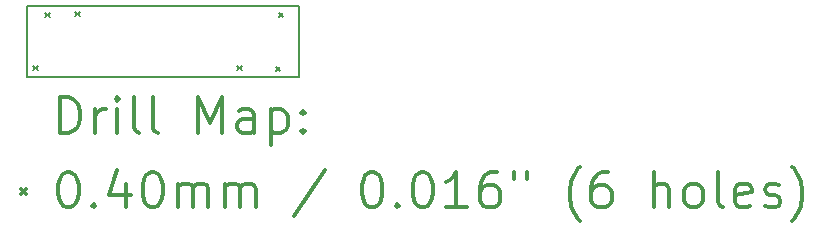
<source format=gbr>
%FSLAX45Y45*%
G04 Gerber Fmt 4.5, Leading zero omitted, Abs format (unit mm)*
G04 Created by KiCad (PCBNEW (5.0.0)) date 08/03/18 17:44:43*
%MOMM*%
%LPD*%
G01*
G04 APERTURE LIST*
%ADD10C,0.150000*%
%ADD11C,0.200000*%
%ADD12C,0.300000*%
G04 APERTURE END LIST*
D10*
X15850000Y-9300000D02*
X15550000Y-9300000D01*
X15850000Y-8700000D02*
X15850000Y-9300000D01*
X15550000Y-8700000D02*
X15850000Y-8700000D01*
X13550000Y-9300000D02*
X13550000Y-8700000D01*
X15550000Y-9300000D02*
X13550000Y-9300000D01*
X13550000Y-8700000D02*
X15550000Y-8700000D01*
D11*
X13605000Y-9205000D02*
X13645000Y-9245000D01*
X13645000Y-9205000D02*
X13605000Y-9245000D01*
X13705000Y-8755000D02*
X13745000Y-8795000D01*
X13745000Y-8755000D02*
X13705000Y-8795000D01*
X13955000Y-8747500D02*
X13995000Y-8787500D01*
X13995000Y-8747500D02*
X13955000Y-8787500D01*
X15330000Y-9205000D02*
X15370000Y-9245000D01*
X15370000Y-9205000D02*
X15330000Y-9245000D01*
X15655000Y-9212500D02*
X15695000Y-9252500D01*
X15695000Y-9212500D02*
X15655000Y-9252500D01*
X15680000Y-8755000D02*
X15720000Y-8795000D01*
X15720000Y-8755000D02*
X15680000Y-8795000D01*
D12*
X13828928Y-9773214D02*
X13828928Y-9473214D01*
X13900357Y-9473214D01*
X13943214Y-9487500D01*
X13971786Y-9516072D01*
X13986071Y-9544643D01*
X14000357Y-9601786D01*
X14000357Y-9644643D01*
X13986071Y-9701786D01*
X13971786Y-9730357D01*
X13943214Y-9758929D01*
X13900357Y-9773214D01*
X13828928Y-9773214D01*
X14128928Y-9773214D02*
X14128928Y-9573214D01*
X14128928Y-9630357D02*
X14143214Y-9601786D01*
X14157500Y-9587500D01*
X14186071Y-9573214D01*
X14214643Y-9573214D01*
X14314643Y-9773214D02*
X14314643Y-9573214D01*
X14314643Y-9473214D02*
X14300357Y-9487500D01*
X14314643Y-9501786D01*
X14328928Y-9487500D01*
X14314643Y-9473214D01*
X14314643Y-9501786D01*
X14500357Y-9773214D02*
X14471786Y-9758929D01*
X14457500Y-9730357D01*
X14457500Y-9473214D01*
X14657500Y-9773214D02*
X14628928Y-9758929D01*
X14614643Y-9730357D01*
X14614643Y-9473214D01*
X15000357Y-9773214D02*
X15000357Y-9473214D01*
X15100357Y-9687500D01*
X15200357Y-9473214D01*
X15200357Y-9773214D01*
X15471786Y-9773214D02*
X15471786Y-9616072D01*
X15457500Y-9587500D01*
X15428928Y-9573214D01*
X15371786Y-9573214D01*
X15343214Y-9587500D01*
X15471786Y-9758929D02*
X15443214Y-9773214D01*
X15371786Y-9773214D01*
X15343214Y-9758929D01*
X15328928Y-9730357D01*
X15328928Y-9701786D01*
X15343214Y-9673214D01*
X15371786Y-9658929D01*
X15443214Y-9658929D01*
X15471786Y-9644643D01*
X15614643Y-9573214D02*
X15614643Y-9873214D01*
X15614643Y-9587500D02*
X15643214Y-9573214D01*
X15700357Y-9573214D01*
X15728928Y-9587500D01*
X15743214Y-9601786D01*
X15757500Y-9630357D01*
X15757500Y-9716072D01*
X15743214Y-9744643D01*
X15728928Y-9758929D01*
X15700357Y-9773214D01*
X15643214Y-9773214D01*
X15614643Y-9758929D01*
X15886071Y-9744643D02*
X15900357Y-9758929D01*
X15886071Y-9773214D01*
X15871786Y-9758929D01*
X15886071Y-9744643D01*
X15886071Y-9773214D01*
X15886071Y-9587500D02*
X15900357Y-9601786D01*
X15886071Y-9616072D01*
X15871786Y-9601786D01*
X15886071Y-9587500D01*
X15886071Y-9616072D01*
X13502500Y-10247500D02*
X13542500Y-10287500D01*
X13542500Y-10247500D02*
X13502500Y-10287500D01*
X13886071Y-10103214D02*
X13914643Y-10103214D01*
X13943214Y-10117500D01*
X13957500Y-10131786D01*
X13971786Y-10160357D01*
X13986071Y-10217500D01*
X13986071Y-10288929D01*
X13971786Y-10346072D01*
X13957500Y-10374643D01*
X13943214Y-10388929D01*
X13914643Y-10403214D01*
X13886071Y-10403214D01*
X13857500Y-10388929D01*
X13843214Y-10374643D01*
X13828928Y-10346072D01*
X13814643Y-10288929D01*
X13814643Y-10217500D01*
X13828928Y-10160357D01*
X13843214Y-10131786D01*
X13857500Y-10117500D01*
X13886071Y-10103214D01*
X14114643Y-10374643D02*
X14128928Y-10388929D01*
X14114643Y-10403214D01*
X14100357Y-10388929D01*
X14114643Y-10374643D01*
X14114643Y-10403214D01*
X14386071Y-10203214D02*
X14386071Y-10403214D01*
X14314643Y-10088929D02*
X14243214Y-10303214D01*
X14428928Y-10303214D01*
X14600357Y-10103214D02*
X14628928Y-10103214D01*
X14657500Y-10117500D01*
X14671786Y-10131786D01*
X14686071Y-10160357D01*
X14700357Y-10217500D01*
X14700357Y-10288929D01*
X14686071Y-10346072D01*
X14671786Y-10374643D01*
X14657500Y-10388929D01*
X14628928Y-10403214D01*
X14600357Y-10403214D01*
X14571786Y-10388929D01*
X14557500Y-10374643D01*
X14543214Y-10346072D01*
X14528928Y-10288929D01*
X14528928Y-10217500D01*
X14543214Y-10160357D01*
X14557500Y-10131786D01*
X14571786Y-10117500D01*
X14600357Y-10103214D01*
X14828928Y-10403214D02*
X14828928Y-10203214D01*
X14828928Y-10231786D02*
X14843214Y-10217500D01*
X14871786Y-10203214D01*
X14914643Y-10203214D01*
X14943214Y-10217500D01*
X14957500Y-10246072D01*
X14957500Y-10403214D01*
X14957500Y-10246072D02*
X14971786Y-10217500D01*
X15000357Y-10203214D01*
X15043214Y-10203214D01*
X15071786Y-10217500D01*
X15086071Y-10246072D01*
X15086071Y-10403214D01*
X15228928Y-10403214D02*
X15228928Y-10203214D01*
X15228928Y-10231786D02*
X15243214Y-10217500D01*
X15271786Y-10203214D01*
X15314643Y-10203214D01*
X15343214Y-10217500D01*
X15357500Y-10246072D01*
X15357500Y-10403214D01*
X15357500Y-10246072D02*
X15371786Y-10217500D01*
X15400357Y-10203214D01*
X15443214Y-10203214D01*
X15471786Y-10217500D01*
X15486071Y-10246072D01*
X15486071Y-10403214D01*
X16071786Y-10088929D02*
X15814643Y-10474643D01*
X16457500Y-10103214D02*
X16486071Y-10103214D01*
X16514643Y-10117500D01*
X16528928Y-10131786D01*
X16543214Y-10160357D01*
X16557500Y-10217500D01*
X16557500Y-10288929D01*
X16543214Y-10346072D01*
X16528928Y-10374643D01*
X16514643Y-10388929D01*
X16486071Y-10403214D01*
X16457500Y-10403214D01*
X16428928Y-10388929D01*
X16414643Y-10374643D01*
X16400357Y-10346072D01*
X16386071Y-10288929D01*
X16386071Y-10217500D01*
X16400357Y-10160357D01*
X16414643Y-10131786D01*
X16428928Y-10117500D01*
X16457500Y-10103214D01*
X16686071Y-10374643D02*
X16700357Y-10388929D01*
X16686071Y-10403214D01*
X16671786Y-10388929D01*
X16686071Y-10374643D01*
X16686071Y-10403214D01*
X16886071Y-10103214D02*
X16914643Y-10103214D01*
X16943214Y-10117500D01*
X16957500Y-10131786D01*
X16971786Y-10160357D01*
X16986071Y-10217500D01*
X16986071Y-10288929D01*
X16971786Y-10346072D01*
X16957500Y-10374643D01*
X16943214Y-10388929D01*
X16914643Y-10403214D01*
X16886071Y-10403214D01*
X16857500Y-10388929D01*
X16843214Y-10374643D01*
X16828928Y-10346072D01*
X16814643Y-10288929D01*
X16814643Y-10217500D01*
X16828928Y-10160357D01*
X16843214Y-10131786D01*
X16857500Y-10117500D01*
X16886071Y-10103214D01*
X17271786Y-10403214D02*
X17100357Y-10403214D01*
X17186071Y-10403214D02*
X17186071Y-10103214D01*
X17157500Y-10146072D01*
X17128928Y-10174643D01*
X17100357Y-10188929D01*
X17528928Y-10103214D02*
X17471786Y-10103214D01*
X17443214Y-10117500D01*
X17428928Y-10131786D01*
X17400357Y-10174643D01*
X17386071Y-10231786D01*
X17386071Y-10346072D01*
X17400357Y-10374643D01*
X17414643Y-10388929D01*
X17443214Y-10403214D01*
X17500357Y-10403214D01*
X17528928Y-10388929D01*
X17543214Y-10374643D01*
X17557500Y-10346072D01*
X17557500Y-10274643D01*
X17543214Y-10246072D01*
X17528928Y-10231786D01*
X17500357Y-10217500D01*
X17443214Y-10217500D01*
X17414643Y-10231786D01*
X17400357Y-10246072D01*
X17386071Y-10274643D01*
X17671786Y-10103214D02*
X17671786Y-10160357D01*
X17786071Y-10103214D02*
X17786071Y-10160357D01*
X18228928Y-10517500D02*
X18214643Y-10503214D01*
X18186071Y-10460357D01*
X18171786Y-10431786D01*
X18157500Y-10388929D01*
X18143214Y-10317500D01*
X18143214Y-10260357D01*
X18157500Y-10188929D01*
X18171786Y-10146072D01*
X18186071Y-10117500D01*
X18214643Y-10074643D01*
X18228928Y-10060357D01*
X18471786Y-10103214D02*
X18414643Y-10103214D01*
X18386071Y-10117500D01*
X18371786Y-10131786D01*
X18343214Y-10174643D01*
X18328928Y-10231786D01*
X18328928Y-10346072D01*
X18343214Y-10374643D01*
X18357500Y-10388929D01*
X18386071Y-10403214D01*
X18443214Y-10403214D01*
X18471786Y-10388929D01*
X18486071Y-10374643D01*
X18500357Y-10346072D01*
X18500357Y-10274643D01*
X18486071Y-10246072D01*
X18471786Y-10231786D01*
X18443214Y-10217500D01*
X18386071Y-10217500D01*
X18357500Y-10231786D01*
X18343214Y-10246072D01*
X18328928Y-10274643D01*
X18857500Y-10403214D02*
X18857500Y-10103214D01*
X18986071Y-10403214D02*
X18986071Y-10246072D01*
X18971786Y-10217500D01*
X18943214Y-10203214D01*
X18900357Y-10203214D01*
X18871786Y-10217500D01*
X18857500Y-10231786D01*
X19171786Y-10403214D02*
X19143214Y-10388929D01*
X19128928Y-10374643D01*
X19114643Y-10346072D01*
X19114643Y-10260357D01*
X19128928Y-10231786D01*
X19143214Y-10217500D01*
X19171786Y-10203214D01*
X19214643Y-10203214D01*
X19243214Y-10217500D01*
X19257500Y-10231786D01*
X19271786Y-10260357D01*
X19271786Y-10346072D01*
X19257500Y-10374643D01*
X19243214Y-10388929D01*
X19214643Y-10403214D01*
X19171786Y-10403214D01*
X19443214Y-10403214D02*
X19414643Y-10388929D01*
X19400357Y-10360357D01*
X19400357Y-10103214D01*
X19671786Y-10388929D02*
X19643214Y-10403214D01*
X19586071Y-10403214D01*
X19557500Y-10388929D01*
X19543214Y-10360357D01*
X19543214Y-10246072D01*
X19557500Y-10217500D01*
X19586071Y-10203214D01*
X19643214Y-10203214D01*
X19671786Y-10217500D01*
X19686071Y-10246072D01*
X19686071Y-10274643D01*
X19543214Y-10303214D01*
X19800357Y-10388929D02*
X19828928Y-10403214D01*
X19886071Y-10403214D01*
X19914643Y-10388929D01*
X19928928Y-10360357D01*
X19928928Y-10346072D01*
X19914643Y-10317500D01*
X19886071Y-10303214D01*
X19843214Y-10303214D01*
X19814643Y-10288929D01*
X19800357Y-10260357D01*
X19800357Y-10246072D01*
X19814643Y-10217500D01*
X19843214Y-10203214D01*
X19886071Y-10203214D01*
X19914643Y-10217500D01*
X20028928Y-10517500D02*
X20043214Y-10503214D01*
X20071786Y-10460357D01*
X20086071Y-10431786D01*
X20100357Y-10388929D01*
X20114643Y-10317500D01*
X20114643Y-10260357D01*
X20100357Y-10188929D01*
X20086071Y-10146072D01*
X20071786Y-10117500D01*
X20043214Y-10074643D01*
X20028928Y-10060357D01*
M02*

</source>
